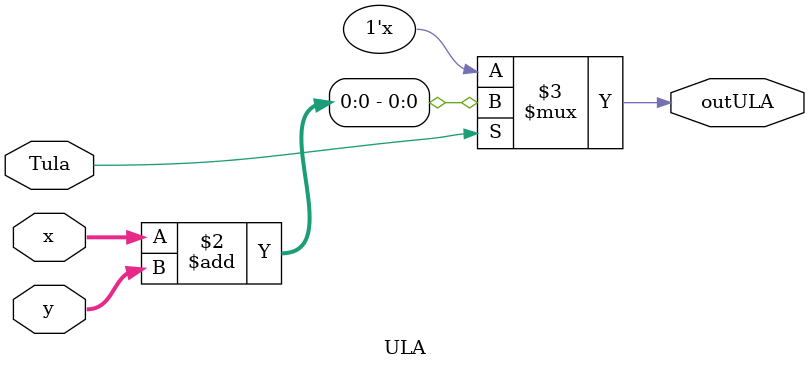
<source format=v>
module ULA(x, y, Tula, outULA);
	input wire Tula;
	input wire [4:0]x, y;
	output reg outULA;
	
	//Tula = 0 -> soma
	
	always @ (x or y or Tula)
	begin
		case(Tula)
			4'd1:
			begin 
				outULA <= x + y;
			end
		endcase
	end
endmodule 
</source>
